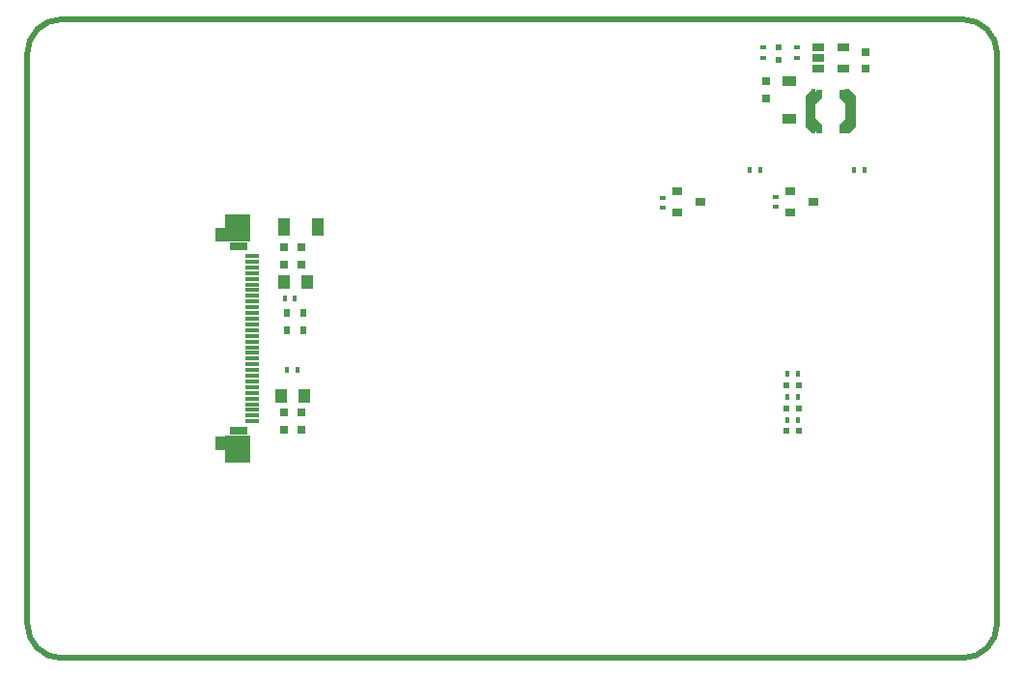
<source format=gbp>
G04 #@! TF.GenerationSoftware,KiCad,Pcbnew,5.1.6-c6e7f7d~87~ubuntu18.04.1*
G04 #@! TF.CreationDate,2020-07-27T17:04:26+02:00*
G04 #@! TF.ProjectId,DG3-MTR_GUI-PI,4447332d-4d54-4525-9f47-55492d50492e,rev?*
G04 #@! TF.SameCoordinates,PX78a3ca0PY77afa60*
G04 #@! TF.FileFunction,Paste,Bot*
G04 #@! TF.FilePolarity,Positive*
%FSLAX46Y46*%
G04 Gerber Fmt 4.6, Leading zero omitted, Abs format (unit mm)*
G04 Created by KiCad (PCBNEW 5.1.6-c6e7f7d~87~ubuntu18.04.1) date 2020-07-27 17:04:26*
%MOMM*%
%LPD*%
G01*
G04 APERTURE LIST*
G04 #@! TA.AperFunction,Profile*
%ADD10C,0.500000*%
G04 #@! TD*
%ADD11R,1.250000X0.300000*%
%ADD12R,2.200000X2.400000*%
%ADD13R,0.850000X1.300000*%
%ADD14R,1.600000X0.800000*%
%ADD15R,1.000000X1.250000*%
%ADD16R,0.600000X0.400000*%
%ADD17R,0.400000X0.600000*%
%ADD18R,0.580000X0.775000*%
%ADD19R,0.310000X3.890000*%
%ADD20C,0.050000*%
%ADD21R,0.750000X0.800000*%
%ADD22R,0.800000X0.750000*%
%ADD23R,0.600000X0.700000*%
%ADD24R,0.900000X0.800000*%
%ADD25R,0.600000X0.500000*%
%ADD26R,1.060000X0.650000*%
%ADD27R,1.000000X1.600000*%
%ADD28R,0.500000X0.600000*%
%ADD29R,1.200000X0.900000*%
G04 APERTURE END LIST*
D10*
X82000000Y0D02*
X3000000Y0D01*
X82000000Y56000000D02*
X3000000Y56000001D01*
X3000000Y0D02*
G75*
G02*
X0Y3000000I0J3000000D01*
G01*
X0Y3000000D02*
X0Y53000000D01*
X-1Y53000000D02*
G75*
G02*
X3000000Y56000001I3000001J0D01*
G01*
X82000000Y56000000D02*
G75*
G02*
X85000000Y53000000I0J-3000000D01*
G01*
X85000000Y3000000D02*
G75*
G02*
X82000000Y0I-3000000J0D01*
G01*
X85000000Y53000000D02*
X85000000Y3000000D01*
D11*
X19737038Y35248416D03*
X19737038Y34748416D03*
X19737038Y34248416D03*
X19737038Y33748416D03*
X19737038Y33248416D03*
X19737038Y32748416D03*
X19737038Y32248416D03*
X19737038Y31748416D03*
X19737038Y31248416D03*
X19737038Y30748416D03*
X19737038Y30248416D03*
X19737038Y29748416D03*
X19737038Y29248416D03*
X19737038Y28748416D03*
X19737038Y28248416D03*
X19737038Y27748416D03*
X19737038Y27248416D03*
X19737038Y26748416D03*
X19737038Y26248416D03*
X19737038Y25748416D03*
X19737038Y25248416D03*
X19737038Y24748416D03*
X19737038Y24248416D03*
X19737038Y23748416D03*
X19737038Y23248416D03*
X19737038Y22748416D03*
X19737038Y22248416D03*
X19737038Y21748416D03*
X19737038Y21248416D03*
X19737038Y20748416D03*
D12*
X18462962Y18301584D03*
X18462962Y37701584D03*
D13*
X16932962Y18851584D03*
X16932962Y37151584D03*
D14*
X18512962Y19901584D03*
X18512962Y36101584D03*
D15*
X22250000Y23000000D03*
X24250000Y23000000D03*
D16*
X64465621Y53540943D03*
X64465621Y52640943D03*
D17*
X64250000Y42800000D03*
X63350000Y42800000D03*
D18*
X71455621Y49497942D03*
D19*
X68930621Y47940942D03*
X71900621Y47940942D03*
D20*
G36*
X68775621Y49885942D02*
G01*
X68775621Y45995942D01*
X68215621Y46545942D01*
X68215621Y49335942D01*
X68775621Y49885942D01*
G37*
G36*
X72055621Y45995942D02*
G01*
X72055621Y49885942D01*
X72615621Y49335942D01*
X72615621Y46545942D01*
X72055621Y45995942D01*
G37*
D18*
X71455621Y46383942D03*
X69375621Y46383942D03*
X69375621Y49498942D03*
D20*
G36*
X69085621Y48516442D02*
G01*
X69085621Y49705442D01*
X69665621Y49111442D01*
X69665621Y49110442D01*
X69085621Y48516442D01*
G37*
G36*
X69085621Y46176442D02*
G01*
X69085621Y47365442D01*
X69665621Y46771442D01*
X69665621Y46770442D01*
X69085621Y46176442D01*
G37*
G36*
X71745621Y49705442D02*
G01*
X71745621Y48516442D01*
X71165621Y49110442D01*
X71165621Y49111442D01*
X71745621Y49705442D01*
G37*
G36*
X71745621Y47365442D02*
G01*
X71745621Y46176442D01*
X71165621Y46770442D01*
X71165621Y46771442D01*
X71745621Y47365442D01*
G37*
D21*
X73465621Y51640942D03*
X73465621Y53140942D03*
D22*
X24000000Y21500000D03*
X22500000Y21500000D03*
X24000000Y20000000D03*
X22500000Y20000000D03*
D23*
X22800000Y28750000D03*
X24200000Y28750000D03*
D22*
X22500000Y34500000D03*
X24000000Y34500000D03*
D24*
X57000000Y39050000D03*
X57000000Y40950000D03*
X59000000Y40000000D03*
D17*
X23450000Y31500000D03*
X22550000Y31500000D03*
D25*
X66550000Y19900000D03*
X67650000Y19900000D03*
D26*
X69365621Y51640942D03*
X69365621Y52590942D03*
X69365621Y53540942D03*
X71565621Y53540942D03*
X71565621Y51640942D03*
D27*
X25500000Y37750000D03*
X22500000Y37750000D03*
D21*
X64765621Y50590943D03*
X64765621Y49090943D03*
D17*
X66650000Y22900000D03*
X67550000Y22900000D03*
D16*
X55700000Y39450000D03*
X55700000Y40350000D03*
X67465621Y53540942D03*
X67465621Y52640942D03*
D17*
X67550000Y24900000D03*
X66650000Y24900000D03*
D22*
X22500000Y36000000D03*
X24000000Y36000000D03*
D25*
X66550000Y21900000D03*
X67650000Y21900000D03*
D23*
X22800000Y30250000D03*
X24200000Y30250000D03*
D15*
X24500000Y33000000D03*
X22500000Y33000000D03*
D28*
X65865619Y52440942D03*
X65865619Y53540942D03*
D17*
X67550000Y20900000D03*
X66650000Y20900000D03*
X23700000Y25250000D03*
X22800000Y25250000D03*
D29*
X66765621Y50590942D03*
X66765621Y47290942D03*
D25*
X67650000Y23900000D03*
X66550000Y23900000D03*
D24*
X66900000Y39050000D03*
X66900000Y40950000D03*
X68900000Y40000000D03*
D16*
X65600000Y40450000D03*
X65600000Y39550000D03*
D17*
X72450000Y42800000D03*
X73350000Y42800000D03*
M02*

</source>
